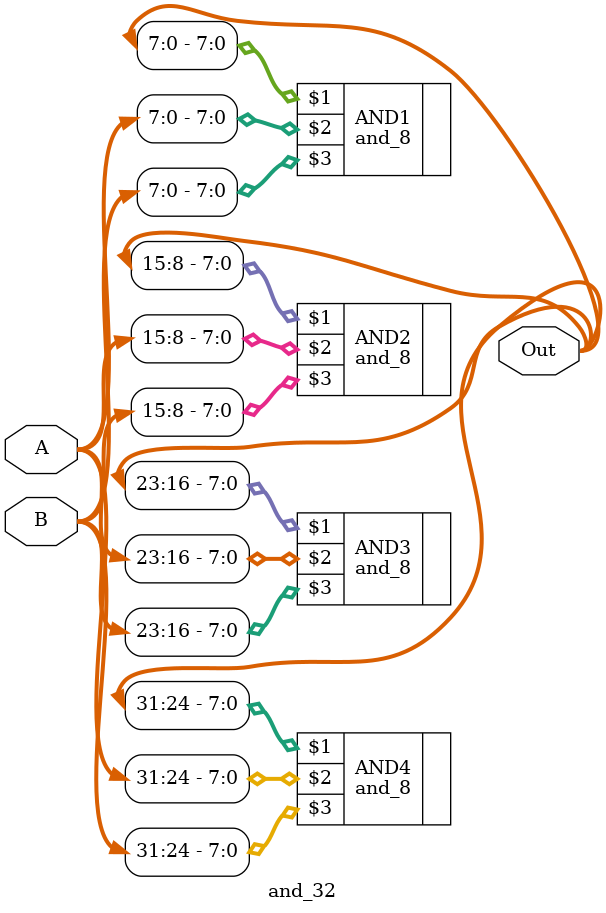
<source format=v>
module and_32(Out, A, B);
    input[31:0] A, B;
    output[31:0] Out;

    and_8 AND1(Out[7:0], A[7:0], B[7:0]);
    and_8 AND2(Out[15:8], A[15:8], B[15:8]);
    and_8 AND3(Out[23:16], A[23:16], B[23:16]);
    and_8 AND4(Out[31:24], A[31:24], B[31:24]);
endmodule
</source>
